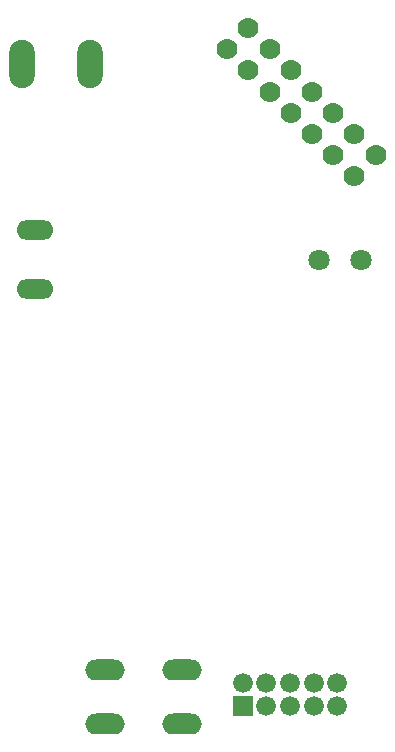
<source format=gbs>
G04 #@! TF.GenerationSoftware,KiCad,Pcbnew,5.0.0-rc2-dev-unknown-6866c0c~65~ubuntu16.04.1*
G04 #@! TF.CreationDate,2018-07-16T22:36:55+02:00*
G04 #@! TF.ProjectId,Rauchmelder_3.6,52617563686D656C6465725F332E362E,rev?*
G04 #@! TF.SameCoordinates,Original*
G04 #@! TF.FileFunction,Soldermask,Bot*
G04 #@! TF.FilePolarity,Negative*
%FSLAX46Y46*%
G04 Gerber Fmt 4.6, Leading zero omitted, Abs format (unit mm)*
G04 Created by KiCad (PCBNEW 5.0.0-rc2-dev-unknown-6866c0c~65~ubuntu16.04.1) date Mon Jul 16 22:36:55 2018*
%MOMM*%
%LPD*%
G01*
G04 APERTURE LIST*
%ADD10O,3.352800X1.778000*%
%ADD11O,3.120800X1.662000*%
%ADD12C,1.778000*%
%ADD13C,1.803400*%
%ADD14O,2.153200X4.103200*%
%ADD15R,1.676400X1.676400*%
%ADD16C,1.676400*%
G04 APERTURE END LIST*
D10*
X141148800Y-131739400D03*
X141148800Y-136260600D03*
X147651200Y-131739400D03*
X147651200Y-136260600D03*
D11*
X135200000Y-99500000D03*
X135200000Y-94500000D03*
D12*
X151485021Y-79163472D03*
X153281072Y-77367421D03*
X153281072Y-80959523D03*
X155077123Y-79163472D03*
X155077123Y-82755574D03*
X156873174Y-80959523D03*
X156873174Y-84551626D03*
X158669226Y-82755574D03*
X158669226Y-86347677D03*
X160465277Y-84551626D03*
X160465277Y-88143728D03*
X162261328Y-86347677D03*
X162261328Y-89939779D03*
X164057379Y-88143728D03*
D13*
X162778000Y-97000000D03*
X159222000Y-97000000D03*
D14*
X134125000Y-80400000D03*
X139875000Y-80400000D03*
D15*
X152801200Y-134803600D03*
D16*
X152801200Y-132803600D03*
X154801200Y-134803600D03*
X154801200Y-132803600D03*
X156801200Y-134803600D03*
X156801200Y-132803600D03*
X158801200Y-134803600D03*
X158801200Y-132803600D03*
X160801200Y-134803600D03*
X160801200Y-132803600D03*
M02*

</source>
